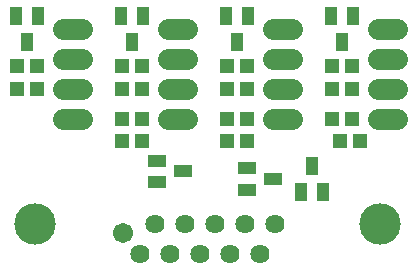
<source format=gbs>
From 03d1a781f719c914973957790e3052e5f9ed4d2f Mon Sep 17 00:00:00 2001
From: Nicolas Schodet
Date: Sun, 25 Mar 2012 21:40:47 +0200
Subject: digital/io-hub, analog/supply: batchpcb order

---
 .../orders/batchpcb_2012-03-22/spoke-indus2.GBS    | 118 +++++++++++++++++++++
 1 file changed, 118 insertions(+)
 create mode 100644 digital/io-hub/pcb/orders/batchpcb_2012-03-22/spoke-indus2.GBS

(limited to 'digital/io-hub/pcb/orders/batchpcb_2012-03-22/spoke-indus2.GBS')

diff --git a/digital/io-hub/pcb/orders/batchpcb_2012-03-22/spoke-indus2.GBS b/digital/io-hub/pcb/orders/batchpcb_2012-03-22/spoke-indus2.GBS
new file mode 100644
index 00000000..0d3a5559
--- /dev/null
+++ b/digital/io-hub/pcb/orders/batchpcb_2012-03-22/spoke-indus2.GBS
@@ -0,0 +1,118 @@
+G75*
+G70*
+%OFA0B0*%
+%FSLAX24Y24*%
+%IPPOS*%
+%LPD*%
+%AMOC8*
+5,1,8,0,0,1.08239X$1,22.5*
+%
+%ADD10C,0.1379*%
+%ADD11C,0.0714*%
+%ADD12R,0.0474X0.0513*%
+%ADD13R,0.0434X0.0631*%
+%ADD14C,0.0640*%
+%ADD15C,0.0671*%
+%ADD16R,0.0631X0.0434*%
+D10*
+X001901Y002274D03*
+X013401Y002274D03*
+D11*
+X013334Y005774D02*
+X013968Y005774D01*
+X013968Y006774D02*
+X013334Y006774D01*
+X013334Y007774D02*
+X013968Y007774D01*
+X013968Y008774D02*
+X013334Y008774D01*
+X010468Y008774D02*
+X009834Y008774D01*
+X009834Y007774D02*
+X010468Y007774D01*
+X010468Y006774D02*
+X009834Y006774D01*
+X009834Y005774D02*
+X010468Y005774D01*
+X006968Y005774D02*
+X006334Y005774D01*
+X006334Y006774D02*
+X006968Y006774D01*
+X006968Y007774D02*
+X006334Y007774D01*
+X006334Y008774D02*
+X006968Y008774D01*
+X003468Y008774D02*
+X002834Y008774D01*
+X002834Y007774D02*
+X003468Y007774D01*
+X003468Y006774D02*
+X002834Y006774D01*
+X002834Y005774D02*
+X003468Y005774D01*
+D12*
+X004817Y005774D03*
+X005486Y005774D03*
+X005486Y005024D03*
+X004817Y005024D03*
+X004817Y006774D03*
+X005486Y006774D03*
+X005486Y007524D03*
+X004817Y007524D03*
+X001986Y007524D03*
+X001317Y007524D03*
+X001317Y006774D03*
+X001986Y006774D03*
+X008317Y006774D03*
+X008986Y006774D03*
+X008986Y007524D03*
+X008317Y007524D03*
+X008317Y005774D03*
+X008986Y005774D03*
+X008986Y005024D03*
+X008317Y005024D03*
+X011817Y005774D03*
+X012486Y005774D03*
+X012736Y005024D03*
+X012067Y005024D03*
+X011817Y006774D03*
+X012486Y006774D03*
+X012486Y007524D03*
+X011817Y007524D03*
+D13*
+X012151Y008341D03*
+X011797Y009207D03*
+X012506Y009207D03*
+X009006Y009207D03*
+X008297Y009207D03*
+X008651Y008341D03*
+X005506Y009207D03*
+X004797Y009207D03*
+X005151Y008341D03*
+X002006Y009207D03*
+X001297Y009207D03*
+X001651Y008341D03*
+X010797Y003341D03*
+X011506Y003341D03*
+X011151Y004207D03*
+D14*
+X009901Y002274D03*
+X008901Y002274D03*
+X007901Y002274D03*
+X006901Y002274D03*
+X005901Y002274D03*
+X005401Y001274D03*
+X006401Y001274D03*
+X007401Y001274D03*
+X008401Y001274D03*
+X009401Y001274D03*
+D15*
+X004852Y001983D03*
+D16*
+X005968Y003670D03*
+X006834Y004024D03*
+X005968Y004378D03*
+X008968Y004128D03*
+X009834Y003774D03*
+X008968Y003420D03*
+M02*
-- 
cgit v1.2.3


</source>
